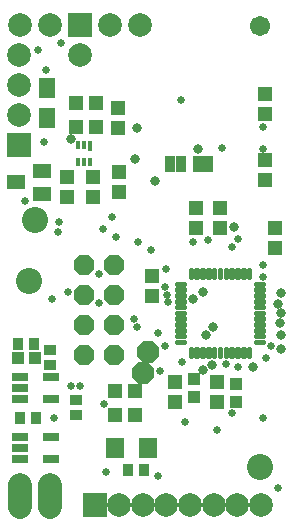
<source format=gbr>
G04 EAGLE Gerber RS-274X export*
G75*
%MOMM*%
%FSLAX34Y34*%
%LPD*%
%INSoldermask Top*%
%IPPOS*%
%AMOC8*
5,1,8,0,0,1.08239X$1,22.5*%
G01*
%ADD10C,2.203200*%
%ADD11C,1.703200*%
%ADD12R,1.203200X1.303200*%
%ADD13R,1.303200X1.203200*%
%ADD14R,0.903200X1.103200*%
%ADD15R,1.603200X1.803200*%
%ADD16R,1.103200X0.903200*%
%ADD17R,1.003200X1.003200*%
%ADD18C,2.003200*%
%ADD19R,1.603200X1.203200*%
%ADD20R,2.003200X2.003200*%
%ADD21C,2.003200*%
%ADD22R,1.403200X0.753200*%
%ADD23C,0.457909*%
%ADD24P,1.951982X8X22.500000*%
%ADD25R,1.473200X0.838200*%
%ADD26C,0.838200*%
%ADD27P,1.869504X8X292.500000*%
%ADD28R,0.453200X0.803200*%
%ADD29R,0.453200X0.953200*%
%ADD30R,0.838200X1.473200*%
%ADD31C,0.657200*%
%ADD32C,0.807200*%


D10*
X22860Y204470D03*
X218440Y46990D03*
D11*
X218440Y420370D03*
D10*
X27940Y256540D03*
D12*
X231140Y249800D03*
X231140Y232800D03*
D13*
X112640Y91186D03*
X95640Y91186D03*
D14*
X119530Y44450D03*
X106530Y44450D03*
D15*
X95220Y63500D03*
X123220Y63500D03*
D13*
X95640Y111760D03*
X112640Y111760D03*
D12*
X184150Y266310D03*
X184150Y249310D03*
X163830Y266310D03*
X163830Y249310D03*
D16*
X62230Y104290D03*
X62230Y91290D03*
D14*
X15090Y88900D03*
X28090Y88900D03*
D17*
X197369Y117701D03*
X197369Y102701D03*
X12820Y139700D03*
X27820Y139700D03*
X162560Y106800D03*
X162560Y121800D03*
D18*
X40640Y31860D02*
X40640Y13860D01*
X15240Y13860D02*
X15240Y31860D01*
D19*
X11860Y288290D03*
X33860Y297790D03*
X33860Y278790D03*
D16*
X40386Y133708D03*
X40386Y146708D03*
D13*
X222250Y306950D03*
X222250Y289950D03*
X222250Y345830D03*
X222250Y362830D03*
D12*
X127000Y209160D03*
X127000Y192160D03*
D14*
X26312Y151130D03*
X13312Y151130D03*
D12*
X181610Y118990D03*
X181610Y101990D03*
X146050Y118990D03*
X146050Y101990D03*
D20*
X78740Y15240D03*
D21*
X98740Y15240D03*
X118740Y15240D03*
X138740Y15240D03*
X158740Y15240D03*
X178740Y15240D03*
X198740Y15240D03*
X218740Y15240D03*
D20*
X66040Y421900D03*
D21*
X66040Y396500D03*
X15240Y421900D03*
X40640Y421900D03*
X116840Y421900D03*
X91440Y421900D03*
D22*
X14939Y123800D03*
X14939Y114300D03*
X14939Y104800D03*
X40941Y104800D03*
X40941Y123800D03*
X14939Y73000D03*
X14939Y63500D03*
X14939Y54000D03*
X40941Y54000D03*
X40941Y73000D03*
D23*
X209027Y208438D02*
X209027Y213892D01*
X209027Y208438D02*
X208573Y208438D01*
X208573Y213892D01*
X209027Y213892D01*
X209027Y212788D02*
X208573Y212788D01*
X204097Y213892D02*
X204097Y208438D01*
X203643Y208438D01*
X203643Y213892D01*
X204097Y213892D01*
X204097Y212788D02*
X203643Y212788D01*
X199167Y213892D02*
X199167Y208438D01*
X198713Y208438D01*
X198713Y213892D01*
X199167Y213892D01*
X199167Y212788D02*
X198713Y212788D01*
X194237Y213892D02*
X194237Y208438D01*
X193783Y208438D01*
X193783Y213892D01*
X194237Y213892D01*
X194237Y212788D02*
X193783Y212788D01*
X189307Y213892D02*
X189307Y208438D01*
X188853Y208438D01*
X188853Y213892D01*
X189307Y213892D01*
X189307Y212788D02*
X188853Y212788D01*
X184377Y213892D02*
X184377Y208438D01*
X183923Y208438D01*
X183923Y213892D01*
X184377Y213892D01*
X184377Y212788D02*
X183923Y212788D01*
X178993Y213892D02*
X178993Y208438D01*
X178993Y213892D02*
X179447Y213892D01*
X179447Y208438D01*
X178993Y208438D01*
X178993Y212788D02*
X179447Y212788D01*
X174063Y213892D02*
X174063Y208438D01*
X174063Y213892D02*
X174517Y213892D01*
X174517Y208438D01*
X174063Y208438D01*
X174063Y212788D02*
X174517Y212788D01*
X169133Y213892D02*
X169133Y208438D01*
X169133Y213892D02*
X169587Y213892D01*
X169587Y208438D01*
X169133Y208438D01*
X169133Y212788D02*
X169587Y212788D01*
X164203Y213892D02*
X164203Y208438D01*
X164203Y213892D02*
X164657Y213892D01*
X164657Y208438D01*
X164203Y208438D01*
X164203Y212788D02*
X164657Y212788D01*
X159273Y213892D02*
X159273Y208438D01*
X159273Y213892D02*
X159727Y213892D01*
X159727Y208438D01*
X159273Y208438D01*
X159273Y212788D02*
X159727Y212788D01*
X153512Y202677D02*
X148058Y202677D01*
X153512Y202677D02*
X153512Y202223D01*
X148058Y202223D01*
X148058Y202677D01*
X148058Y197747D02*
X153512Y197747D01*
X153512Y197293D01*
X148058Y197293D01*
X148058Y197747D01*
X148058Y192817D02*
X153512Y192817D01*
X153512Y192363D01*
X148058Y192363D01*
X148058Y192817D01*
X148058Y187887D02*
X153512Y187887D01*
X153512Y187433D01*
X148058Y187433D01*
X148058Y187887D01*
X148058Y182957D02*
X153512Y182957D01*
X153512Y182503D01*
X148058Y182503D01*
X148058Y182957D01*
X148058Y178027D02*
X153512Y178027D01*
X153512Y177573D01*
X148058Y177573D01*
X148058Y178027D01*
X148058Y172643D02*
X153512Y172643D01*
X148058Y172643D02*
X148058Y173097D01*
X153512Y173097D01*
X153512Y172643D01*
X153512Y167713D02*
X148058Y167713D01*
X148058Y168167D01*
X153512Y168167D01*
X153512Y167713D01*
X153512Y162783D02*
X148058Y162783D01*
X148058Y163237D01*
X153512Y163237D01*
X153512Y162783D01*
X153512Y157853D02*
X148058Y157853D01*
X148058Y158307D01*
X153512Y158307D01*
X153512Y157853D01*
X153512Y152923D02*
X148058Y152923D01*
X148058Y153377D01*
X153512Y153377D01*
X153512Y152923D01*
X159273Y147162D02*
X159273Y141708D01*
X159273Y147162D02*
X159727Y147162D01*
X159727Y141708D01*
X159273Y141708D01*
X159273Y146058D02*
X159727Y146058D01*
X164203Y147162D02*
X164203Y141708D01*
X164203Y147162D02*
X164657Y147162D01*
X164657Y141708D01*
X164203Y141708D01*
X164203Y146058D02*
X164657Y146058D01*
X169133Y147162D02*
X169133Y141708D01*
X169133Y147162D02*
X169587Y147162D01*
X169587Y141708D01*
X169133Y141708D01*
X169133Y146058D02*
X169587Y146058D01*
X174063Y147162D02*
X174063Y141708D01*
X174063Y147162D02*
X174517Y147162D01*
X174517Y141708D01*
X174063Y141708D01*
X174063Y146058D02*
X174517Y146058D01*
X178993Y147162D02*
X178993Y141708D01*
X178993Y147162D02*
X179447Y147162D01*
X179447Y141708D01*
X178993Y141708D01*
X178993Y146058D02*
X179447Y146058D01*
X183923Y147162D02*
X183923Y141708D01*
X183923Y147162D02*
X184377Y147162D01*
X184377Y141708D01*
X183923Y141708D01*
X183923Y146058D02*
X184377Y146058D01*
X189307Y147162D02*
X189307Y141708D01*
X188853Y141708D01*
X188853Y147162D01*
X189307Y147162D01*
X189307Y146058D02*
X188853Y146058D01*
X194237Y147162D02*
X194237Y141708D01*
X193783Y141708D01*
X193783Y147162D01*
X194237Y147162D01*
X194237Y146058D02*
X193783Y146058D01*
X199167Y147162D02*
X199167Y141708D01*
X198713Y141708D01*
X198713Y147162D01*
X199167Y147162D01*
X199167Y146058D02*
X198713Y146058D01*
X204097Y147162D02*
X204097Y141708D01*
X203643Y141708D01*
X203643Y147162D01*
X204097Y147162D01*
X204097Y146058D02*
X203643Y146058D01*
X209027Y147162D02*
X209027Y141708D01*
X208573Y141708D01*
X208573Y147162D01*
X209027Y147162D01*
X209027Y146058D02*
X208573Y146058D01*
X214788Y152923D02*
X220242Y152923D01*
X214788Y152923D02*
X214788Y153377D01*
X220242Y153377D01*
X220242Y152923D01*
X220242Y157853D02*
X214788Y157853D01*
X214788Y158307D01*
X220242Y158307D01*
X220242Y157853D01*
X220242Y162783D02*
X214788Y162783D01*
X214788Y163237D01*
X220242Y163237D01*
X220242Y162783D01*
X220242Y167713D02*
X214788Y167713D01*
X214788Y168167D01*
X220242Y168167D01*
X220242Y167713D01*
X220242Y172643D02*
X214788Y172643D01*
X214788Y173097D01*
X220242Y173097D01*
X220242Y172643D01*
X220242Y177573D02*
X214788Y177573D01*
X214788Y178027D01*
X220242Y178027D01*
X220242Y177573D01*
X220242Y182957D02*
X214788Y182957D01*
X220242Y182957D02*
X220242Y182503D01*
X214788Y182503D01*
X214788Y182957D01*
X214788Y187887D02*
X220242Y187887D01*
X220242Y187433D01*
X214788Y187433D01*
X214788Y187887D01*
X214788Y192817D02*
X220242Y192817D01*
X220242Y192363D01*
X214788Y192363D01*
X214788Y192817D01*
X214788Y197747D02*
X220242Y197747D01*
X220242Y197293D01*
X214788Y197293D01*
X214788Y197747D01*
X214788Y202677D02*
X220242Y202677D01*
X220242Y202223D01*
X214788Y202223D01*
X214788Y202677D01*
D24*
X123444Y144780D03*
X118618Y126746D03*
D25*
X38100Y363800D03*
X38100Y372800D03*
X38100Y338400D03*
X38100Y347400D03*
D20*
X13970Y320040D03*
D21*
X13970Y345440D03*
X13970Y370840D03*
X13970Y396240D03*
D26*
X170180Y129540D03*
X177800Y133350D03*
X212090Y132080D03*
X236220Y147320D03*
X236220Y158750D03*
X234950Y168910D03*
X236220Y177800D03*
X233680Y185420D03*
X236220Y194310D03*
D27*
X69254Y218309D03*
X94654Y218309D03*
X69254Y192909D03*
X94654Y192909D03*
X69254Y167509D03*
X94654Y167509D03*
X69254Y142109D03*
X94654Y142109D03*
D28*
X63834Y305220D03*
X73834Y305220D03*
X68834Y305220D03*
X63834Y319620D03*
X68834Y319620D03*
D29*
X73834Y318870D03*
D13*
X79620Y334772D03*
X62620Y334772D03*
D12*
X97536Y351146D03*
X97536Y334146D03*
D13*
X79620Y355346D03*
X62620Y355346D03*
D12*
X54864Y292980D03*
X54864Y275980D03*
X98552Y296790D03*
X98552Y279790D03*
X76962Y293234D03*
X76962Y276234D03*
D30*
X174172Y303784D03*
X165172Y303784D03*
X150804Y303784D03*
X141804Y303784D03*
D31*
X47890Y254668D03*
X223520Y139700D03*
X220980Y218440D03*
X152400Y135890D03*
X150876Y357632D03*
X41910Y189230D03*
X87630Y43180D03*
X154940Y85090D03*
X181610Y78740D03*
X86360Y100330D03*
X92710Y259080D03*
X36830Y383540D03*
X185674Y316992D03*
X233198Y29865D03*
X81738Y210362D03*
X81428Y186025D03*
X55376Y195481D03*
X43434Y88900D03*
D32*
X113538Y334518D03*
X112268Y307848D03*
X195834Y250444D03*
X57912Y325120D03*
D31*
X137668Y149860D03*
X132080Y161036D03*
X139954Y186944D03*
X19050Y272542D03*
X161544Y237744D03*
X29718Y400050D03*
X125984Y230886D03*
X220218Y88900D03*
X58420Y115570D03*
X137809Y199681D03*
X220980Y208280D03*
X227330Y149860D03*
X139700Y193040D03*
X133350Y128270D03*
X132080Y39370D03*
X47383Y246255D03*
X189081Y134397D03*
X194190Y92624D03*
X95829Y242108D03*
X113859Y165541D03*
X49530Y406400D03*
X114700Y237583D03*
X111760Y172720D03*
X199390Y132080D03*
X66040Y115570D03*
X173627Y239513D03*
X199390Y240030D03*
X194310Y233680D03*
X138633Y214656D03*
X85396Y248965D03*
D32*
X161544Y189964D03*
X165354Y316484D03*
D31*
X35560Y322580D03*
X220980Y316230D03*
X220980Y335280D03*
D32*
X169672Y195834D03*
X129540Y289560D03*
X178562Y165608D03*
X172212Y159258D03*
M02*

</source>
